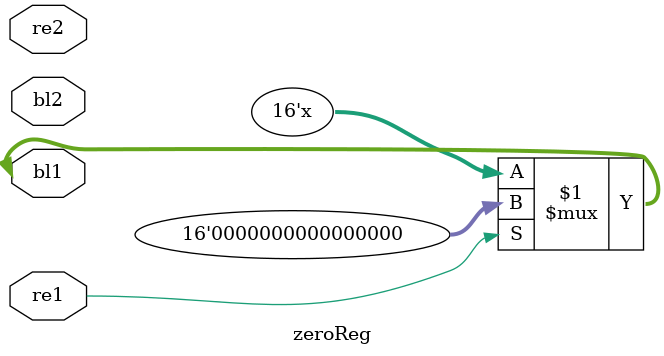
<source format=sv>
module zeroReg(re1, re2, bl1, bl2);
input re1;
input re2;
inout[15:0] bl1;
inout[15:0] bl2;

assign bl1 = re1 ? 16'h0000:16'hzzzz;
assign b12 = re2 ? 16'h0000:16'hzzzz;

endmodule


</source>
